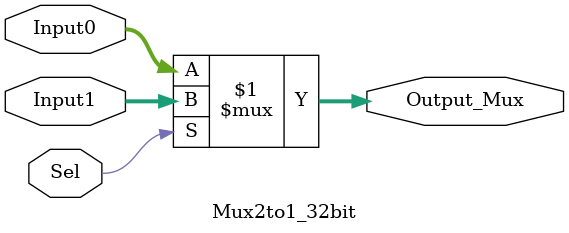
<source format=v>
`timescale 1ns / 1ps
module Mux2to1_32bit(
    input [31:0] Input0,
    input [31:0] Input1,
    input Sel,
    output [31:0] Output_Mux
    );

assign Output_Mux = Sel ? Input1 : Input0;

endmodule

</source>
